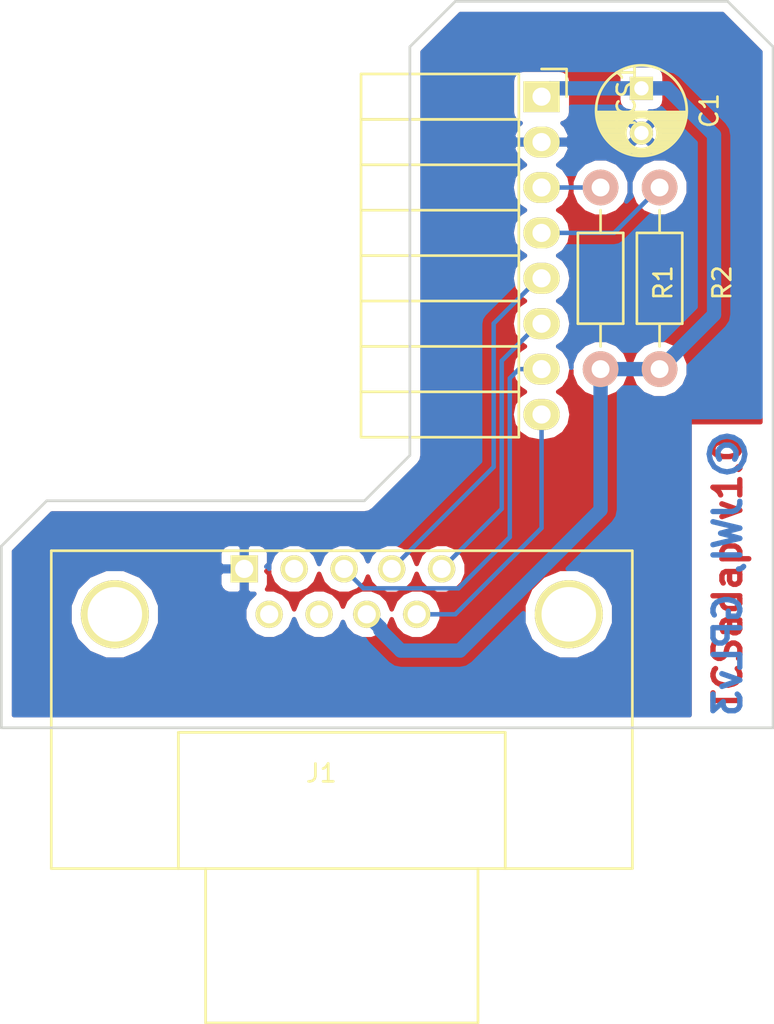
<source format=kicad_pcb>
(kicad_pcb (version 4) (host pcbnew 4.0.2+dfsg1-stable)

  (general
    (links 12)
    (no_connects 12)
    (area 195.504999 55.804999 238.835001 96.595001)
    (thickness 1.6)
    (drawings 12)
    (tracks 34)
    (zones 0)
    (modules 5)
    (nets 9)
  )

  (page A4)
  (layers
    (0 F.Cu signal)
    (31 B.Cu signal)
    (32 B.Adhes user)
    (33 F.Adhes user)
    (34 B.Paste user)
    (35 F.Paste user)
    (36 B.SilkS user)
    (37 F.SilkS user)
    (38 B.Mask user)
    (39 F.Mask user)
    (40 Dwgs.User user)
    (41 Cmts.User user)
    (42 Eco1.User user)
    (43 Eco2.User user)
    (44 Edge.Cuts user)
    (45 Margin user)
    (46 B.CrtYd user)
    (47 F.CrtYd user)
    (48 B.Fab user)
    (49 F.Fab user)
  )

  (setup
    (last_trace_width 0.25)
    (trace_clearance 0.2)
    (zone_clearance 0.508)
    (zone_45_only no)
    (trace_min 0.2)
    (segment_width 0.2)
    (edge_width 0.15)
    (via_size 0.8)
    (via_drill 0.6)
    (via_min_size 0.4)
    (via_min_drill 0.3)
    (uvia_size 0.3)
    (uvia_drill 0.1)
    (uvias_allowed no)
    (uvia_min_size 0.2)
    (uvia_min_drill 0.1)
    (pcb_text_width 0.3)
    (pcb_text_size 1.5 1.5)
    (mod_edge_width 0.15)
    (mod_text_size 1 1)
    (mod_text_width 0.15)
    (pad_size 1.524 1.524)
    (pad_drill 0.762)
    (pad_to_mask_clearance 0.2)
    (aux_axis_origin 0 0)
    (visible_elements FFFFFF7F)
    (pcbplotparams
      (layerselection 0x00030_80000001)
      (usegerberextensions false)
      (excludeedgelayer true)
      (linewidth 0.100000)
      (plotframeref false)
      (viasonmask false)
      (mode 1)
      (useauxorigin false)
      (hpglpennumber 1)
      (hpglpenspeed 20)
      (hpglpendiameter 15)
      (hpglpenoverlay 2)
      (psnegative false)
      (psa4output false)
      (plotreference true)
      (plotvalue true)
      (plotinvisibletext false)
      (padsonsilk false)
      (subtractmaskfromsilk false)
      (outputformat 1)
      (mirror false)
      (drillshape 1)
      (scaleselection 1)
      (outputdirectory ""))
  )

  (net 0 "")
  (net 1 +3V3)
  (net 2 GND)
  (net 3 /EN)
  (net 4 /S2)
  (net 5 /S3)
  (net 6 /OUT)
  (net 7 "Net-(R1-Pad1)")
  (net 8 "Net-(R2-Pad1)")

  (net_class Default "This is the default net class."
    (clearance 0.2)
    (trace_width 0.25)
    (via_dia 0.8)
    (via_drill 0.6)
    (uvia_dia 0.3)
    (uvia_drill 0.1)
    (add_net /EN)
    (add_net /OUT)
    (add_net /S2)
    (add_net /S3)
    (add_net "Net-(R1-Pad1)")
    (add_net "Net-(R2-Pad1)")
  )

  (net_class Power ""
    (clearance 0.2)
    (trace_width 0.8)
    (via_dia 1)
    (via_drill 0.8)
    (uvia_dia 0.3)
    (uvia_drill 0.1)
    (add_net +3V3)
    (add_net GND)
  )

  (module Capacitors_ThroughHole:C_Radial_D5_L11_P2.5 (layer F.Cu) (tedit 0) (tstamp 57811F5A)
    (at 231.394 60.746 270)
    (descr "Radial Electrolytic Capacitor Diameter 5mm x Length 11mm, Pitch 2.5mm")
    (tags "Electrolytic Capacitor")
    (path /5781218C)
    (fp_text reference C1 (at 1.25 -3.8 270) (layer F.SilkS)
      (effects (font (size 1 1) (thickness 0.15)))
    )
    (fp_text value 1u (at 1.25 3.8 270) (layer F.Fab)
      (effects (font (size 1 1) (thickness 0.15)))
    )
    (fp_line (start 1.325 -2.499) (end 1.325 2.499) (layer F.SilkS) (width 0.15))
    (fp_line (start 1.465 -2.491) (end 1.465 2.491) (layer F.SilkS) (width 0.15))
    (fp_line (start 1.605 -2.475) (end 1.605 -0.095) (layer F.SilkS) (width 0.15))
    (fp_line (start 1.605 0.095) (end 1.605 2.475) (layer F.SilkS) (width 0.15))
    (fp_line (start 1.745 -2.451) (end 1.745 -0.49) (layer F.SilkS) (width 0.15))
    (fp_line (start 1.745 0.49) (end 1.745 2.451) (layer F.SilkS) (width 0.15))
    (fp_line (start 1.885 -2.418) (end 1.885 -0.657) (layer F.SilkS) (width 0.15))
    (fp_line (start 1.885 0.657) (end 1.885 2.418) (layer F.SilkS) (width 0.15))
    (fp_line (start 2.025 -2.377) (end 2.025 -0.764) (layer F.SilkS) (width 0.15))
    (fp_line (start 2.025 0.764) (end 2.025 2.377) (layer F.SilkS) (width 0.15))
    (fp_line (start 2.165 -2.327) (end 2.165 -0.835) (layer F.SilkS) (width 0.15))
    (fp_line (start 2.165 0.835) (end 2.165 2.327) (layer F.SilkS) (width 0.15))
    (fp_line (start 2.305 -2.266) (end 2.305 -0.879) (layer F.SilkS) (width 0.15))
    (fp_line (start 2.305 0.879) (end 2.305 2.266) (layer F.SilkS) (width 0.15))
    (fp_line (start 2.445 -2.196) (end 2.445 -0.898) (layer F.SilkS) (width 0.15))
    (fp_line (start 2.445 0.898) (end 2.445 2.196) (layer F.SilkS) (width 0.15))
    (fp_line (start 2.585 -2.114) (end 2.585 -0.896) (layer F.SilkS) (width 0.15))
    (fp_line (start 2.585 0.896) (end 2.585 2.114) (layer F.SilkS) (width 0.15))
    (fp_line (start 2.725 -2.019) (end 2.725 -0.871) (layer F.SilkS) (width 0.15))
    (fp_line (start 2.725 0.871) (end 2.725 2.019) (layer F.SilkS) (width 0.15))
    (fp_line (start 2.865 -1.908) (end 2.865 -0.823) (layer F.SilkS) (width 0.15))
    (fp_line (start 2.865 0.823) (end 2.865 1.908) (layer F.SilkS) (width 0.15))
    (fp_line (start 3.005 -1.78) (end 3.005 -0.745) (layer F.SilkS) (width 0.15))
    (fp_line (start 3.005 0.745) (end 3.005 1.78) (layer F.SilkS) (width 0.15))
    (fp_line (start 3.145 -1.631) (end 3.145 -0.628) (layer F.SilkS) (width 0.15))
    (fp_line (start 3.145 0.628) (end 3.145 1.631) (layer F.SilkS) (width 0.15))
    (fp_line (start 3.285 -1.452) (end 3.285 -0.44) (layer F.SilkS) (width 0.15))
    (fp_line (start 3.285 0.44) (end 3.285 1.452) (layer F.SilkS) (width 0.15))
    (fp_line (start 3.425 -1.233) (end 3.425 1.233) (layer F.SilkS) (width 0.15))
    (fp_line (start 3.565 -0.944) (end 3.565 0.944) (layer F.SilkS) (width 0.15))
    (fp_line (start 3.705 -0.472) (end 3.705 0.472) (layer F.SilkS) (width 0.15))
    (fp_circle (center 2.5 0) (end 2.5 -0.9) (layer F.SilkS) (width 0.15))
    (fp_circle (center 1.25 0) (end 1.25 -2.5375) (layer F.SilkS) (width 0.15))
    (fp_circle (center 1.25 0) (end 1.25 -2.8) (layer F.CrtYd) (width 0.05))
    (pad 1 thru_hole rect (at 0 0 270) (size 1.3 1.3) (drill 0.8) (layers *.Cu *.Mask F.SilkS)
      (net 1 +3V3))
    (pad 2 thru_hole circle (at 2.5 0 270) (size 1.3 1.3) (drill 0.8) (layers *.Cu *.Mask F.SilkS)
      (net 2 GND))
    (model Capacitors_ThroughHole.3dshapes/C_Radial_D5_L11_P2.5.wrl
      (at (xyz 0.049213 0 0))
      (scale (xyz 1 1 1))
      (rotate (xyz 0 0 90))
    )
  )

  (module Connect:DB9MC (layer F.Cu) (tedit 0) (tstamp 57811F69)
    (at 214.757 88.9 180)
    (descr "Connecteur DB9 male couche")
    (tags "CONN DB9")
    (path /57811FB4)
    (fp_text reference J1 (at 1.27 -10.16 180) (layer F.SilkS)
      (effects (font (size 1 1) (thickness 0.15)))
    )
    (fp_text value DB9 (at 1.27 -3.81 180) (layer F.Fab)
      (effects (font (size 1 1) (thickness 0.15)))
    )
    (fp_line (start -16.129 2.286) (end 16.383 2.286) (layer F.SilkS) (width 0.15))
    (fp_line (start 16.383 2.286) (end 16.383 -15.494) (layer F.SilkS) (width 0.15))
    (fp_line (start 16.383 -15.494) (end -16.129 -15.494) (layer F.SilkS) (width 0.15))
    (fp_line (start -16.129 -15.494) (end -16.129 2.286) (layer F.SilkS) (width 0.15))
    (fp_line (start -9.017 -15.494) (end -9.017 -7.874) (layer F.SilkS) (width 0.15))
    (fp_line (start -9.017 -7.874) (end 9.271 -7.874) (layer F.SilkS) (width 0.15))
    (fp_line (start 9.271 -7.874) (end 9.271 -15.494) (layer F.SilkS) (width 0.15))
    (fp_line (start -7.493 -15.494) (end -7.493 -24.13) (layer F.SilkS) (width 0.15))
    (fp_line (start -7.493 -24.13) (end 7.747 -24.13) (layer F.SilkS) (width 0.15))
    (fp_line (start 7.747 -24.13) (end 7.747 -15.494) (layer F.SilkS) (width 0.15))
    (pad "" thru_hole circle (at 12.827 -1.27 180) (size 3.81 3.81) (drill 3.048) (layers *.Cu *.Mask F.SilkS))
    (pad "" thru_hole circle (at -12.573 -1.27 180) (size 3.81 3.81) (drill 3.048) (layers *.Cu *.Mask F.SilkS))
    (pad 1 thru_hole rect (at 5.588 1.27 180) (size 1.524 1.524) (drill 1.016) (layers *.Cu *.Mask F.SilkS)
      (net 2 GND))
    (pad 2 thru_hole circle (at 2.794 1.27 180) (size 1.524 1.524) (drill 1.016) (layers *.Cu *.Mask F.SilkS))
    (pad 3 thru_hole circle (at 0 1.27 180) (size 1.524 1.524) (drill 1.016) (layers *.Cu *.Mask F.SilkS)
      (net 3 /EN))
    (pad 4 thru_hole circle (at -2.667 1.27 180) (size 1.524 1.524) (drill 1.016) (layers *.Cu *.Mask F.SilkS)
      (net 4 /S2))
    (pad 5 thru_hole circle (at -5.461 1.27 180) (size 1.524 1.524) (drill 1.016) (layers *.Cu *.Mask F.SilkS)
      (net 5 /S3))
    (pad 9 thru_hole circle (at -4.064 -1.27 180) (size 1.524 1.524) (drill 1.016) (layers *.Cu *.Mask F.SilkS)
      (net 6 /OUT))
    (pad 8 thru_hole circle (at -1.27 -1.27 180) (size 1.524 1.524) (drill 1.016) (layers *.Cu *.Mask F.SilkS)
      (net 1 +3V3))
    (pad 7 thru_hole circle (at 1.397 -1.27 180) (size 1.524 1.524) (drill 1.016) (layers *.Cu *.Mask F.SilkS))
    (pad 6 thru_hole circle (at 4.191 -1.27 180) (size 1.524 1.524) (drill 1.016) (layers *.Cu *.Mask F.SilkS))
    (model Connect.3dshapes/DB9MC.wrl
      (at (xyz 0 0 0))
      (scale (xyz 1 1 1))
      (rotate (xyz 0 0 0))
    )
  )

  (module Resistors_ThroughHole:Resistor_Horizontal_RM10mm (layer F.Cu) (tedit 56648415) (tstamp 57811F6F)
    (at 229.108 66.294 270)
    (descr "Resistor, Axial,  RM 10mm, 1/3W")
    (tags "Resistor Axial RM 10mm 1/3W")
    (path /57811EC1)
    (fp_text reference R1 (at 5.32892 -3.50012 270) (layer F.SilkS)
      (effects (font (size 1 1) (thickness 0.15)))
    )
    (fp_text value 4.7k (at 5.08 3.81 270) (layer F.Fab)
      (effects (font (size 1 1) (thickness 0.15)))
    )
    (fp_line (start -1.25 -1.5) (end 11.4 -1.5) (layer F.CrtYd) (width 0.05))
    (fp_line (start -1.25 1.5) (end -1.25 -1.5) (layer F.CrtYd) (width 0.05))
    (fp_line (start 11.4 -1.5) (end 11.4 1.5) (layer F.CrtYd) (width 0.05))
    (fp_line (start -1.25 1.5) (end 11.4 1.5) (layer F.CrtYd) (width 0.05))
    (fp_line (start 2.54 -1.27) (end 7.62 -1.27) (layer F.SilkS) (width 0.15))
    (fp_line (start 7.62 -1.27) (end 7.62 1.27) (layer F.SilkS) (width 0.15))
    (fp_line (start 7.62 1.27) (end 2.54 1.27) (layer F.SilkS) (width 0.15))
    (fp_line (start 2.54 1.27) (end 2.54 -1.27) (layer F.SilkS) (width 0.15))
    (fp_line (start 2.54 0) (end 1.27 0) (layer F.SilkS) (width 0.15))
    (fp_line (start 7.62 0) (end 8.89 0) (layer F.SilkS) (width 0.15))
    (pad 1 thru_hole circle (at 0 0 270) (size 1.99898 1.99898) (drill 1.00076) (layers *.Cu *.SilkS *.Mask)
      (net 7 "Net-(R1-Pad1)"))
    (pad 2 thru_hole circle (at 10.16 0 270) (size 1.99898 1.99898) (drill 1.00076) (layers *.Cu *.SilkS *.Mask)
      (net 1 +3V3))
    (model Resistors_ThroughHole.3dshapes/Resistor_Horizontal_RM10mm.wrl
      (at (xyz 0 0 0))
      (scale (xyz 0.4 0.4 0.4))
      (rotate (xyz 0 0 0))
    )
  )

  (module Resistors_ThroughHole:Resistor_Horizontal_RM10mm (layer F.Cu) (tedit 56648415) (tstamp 57811F75)
    (at 232.41 66.294 270)
    (descr "Resistor, Axial,  RM 10mm, 1/3W")
    (tags "Resistor Axial RM 10mm 1/3W")
    (path /57811F27)
    (fp_text reference R2 (at 5.32892 -3.50012 270) (layer F.SilkS)
      (effects (font (size 1 1) (thickness 0.15)))
    )
    (fp_text value 4.7k (at 5.08 3.81 270) (layer F.Fab)
      (effects (font (size 1 1) (thickness 0.15)))
    )
    (fp_line (start -1.25 -1.5) (end 11.4 -1.5) (layer F.CrtYd) (width 0.05))
    (fp_line (start -1.25 1.5) (end -1.25 -1.5) (layer F.CrtYd) (width 0.05))
    (fp_line (start 11.4 -1.5) (end 11.4 1.5) (layer F.CrtYd) (width 0.05))
    (fp_line (start -1.25 1.5) (end 11.4 1.5) (layer F.CrtYd) (width 0.05))
    (fp_line (start 2.54 -1.27) (end 7.62 -1.27) (layer F.SilkS) (width 0.15))
    (fp_line (start 7.62 -1.27) (end 7.62 1.27) (layer F.SilkS) (width 0.15))
    (fp_line (start 7.62 1.27) (end 2.54 1.27) (layer F.SilkS) (width 0.15))
    (fp_line (start 2.54 1.27) (end 2.54 -1.27) (layer F.SilkS) (width 0.15))
    (fp_line (start 2.54 0) (end 1.27 0) (layer F.SilkS) (width 0.15))
    (fp_line (start 7.62 0) (end 8.89 0) (layer F.SilkS) (width 0.15))
    (pad 1 thru_hole circle (at 0 0 270) (size 1.99898 1.99898) (drill 1.00076) (layers *.Cu *.SilkS *.Mask)
      (net 8 "Net-(R2-Pad1)"))
    (pad 2 thru_hole circle (at 10.16 0 270) (size 1.99898 1.99898) (drill 1.00076) (layers *.Cu *.SilkS *.Mask)
      (net 1 +3V3))
    (model Resistors_ThroughHole.3dshapes/Resistor_Horizontal_RM10mm.wrl
      (at (xyz 0 0 0))
      (scale (xyz 0.4 0.4 0.4))
      (rotate (xyz 0 0 0))
    )
  )

  (module Socket_Strips:Socket_Strip_Angled_1x08 (layer F.Cu) (tedit 0) (tstamp 57811F81)
    (at 225.806 61.214 270)
    (descr "Through hole socket strip")
    (tags "socket strip")
    (path /57811E41)
    (fp_text reference TCS1 (at 0 -4.75 270) (layer F.SilkS)
      (effects (font (size 1 1) (thickness 0.15)))
    )
    (fp_text value CONN_01X08 (at 0 -2.75 270) (layer F.Fab)
      (effects (font (size 1 1) (thickness 0.15)))
    )
    (fp_line (start -1.75 -1.5) (end -1.75 10.6) (layer F.CrtYd) (width 0.05))
    (fp_line (start 19.55 -1.5) (end 19.55 10.6) (layer F.CrtYd) (width 0.05))
    (fp_line (start -1.75 -1.5) (end 19.55 -1.5) (layer F.CrtYd) (width 0.05))
    (fp_line (start -1.75 10.6) (end 19.55 10.6) (layer F.CrtYd) (width 0.05))
    (fp_line (start 16.51 10.1) (end 16.51 1.27) (layer F.SilkS) (width 0.15))
    (fp_line (start 13.97 10.1) (end 16.51 10.1) (layer F.SilkS) (width 0.15))
    (fp_line (start 13.97 1.27) (end 16.51 1.27) (layer F.SilkS) (width 0.15))
    (fp_line (start 16.51 1.27) (end 19.05 1.27) (layer F.SilkS) (width 0.15))
    (fp_line (start 16.51 10.1) (end 19.05 10.1) (layer F.SilkS) (width 0.15))
    (fp_line (start 19.05 10.1) (end 19.05 1.27) (layer F.SilkS) (width 0.15))
    (fp_line (start 13.97 10.1) (end 13.97 1.27) (layer F.SilkS) (width 0.15))
    (fp_line (start 11.43 10.1) (end 13.97 10.1) (layer F.SilkS) (width 0.15))
    (fp_line (start 11.43 1.27) (end 13.97 1.27) (layer F.SilkS) (width 0.15))
    (fp_line (start 8.89 1.27) (end 11.43 1.27) (layer F.SilkS) (width 0.15))
    (fp_line (start 8.89 10.1) (end 11.43 10.1) (layer F.SilkS) (width 0.15))
    (fp_line (start 11.43 10.1) (end 11.43 1.27) (layer F.SilkS) (width 0.15))
    (fp_line (start 8.89 10.1) (end 8.89 1.27) (layer F.SilkS) (width 0.15))
    (fp_line (start 6.35 10.1) (end 8.89 10.1) (layer F.SilkS) (width 0.15))
    (fp_line (start 6.35 1.27) (end 8.89 1.27) (layer F.SilkS) (width 0.15))
    (fp_line (start 3.81 1.27) (end 6.35 1.27) (layer F.SilkS) (width 0.15))
    (fp_line (start 3.81 10.1) (end 6.35 10.1) (layer F.SilkS) (width 0.15))
    (fp_line (start 6.35 10.1) (end 6.35 1.27) (layer F.SilkS) (width 0.15))
    (fp_line (start 3.81 10.1) (end 3.81 1.27) (layer F.SilkS) (width 0.15))
    (fp_line (start 1.27 10.1) (end 3.81 10.1) (layer F.SilkS) (width 0.15))
    (fp_line (start 1.27 1.27) (end 1.27 10.1) (layer F.SilkS) (width 0.15))
    (fp_line (start 1.27 1.27) (end 3.81 1.27) (layer F.SilkS) (width 0.15))
    (fp_line (start -1.27 1.27) (end 1.27 1.27) (layer F.SilkS) (width 0.15))
    (fp_line (start 0 -1.4) (end -1.55 -1.4) (layer F.SilkS) (width 0.15))
    (fp_line (start -1.55 -1.4) (end -1.55 0) (layer F.SilkS) (width 0.15))
    (fp_line (start -1.27 1.27) (end -1.27 10.1) (layer F.SilkS) (width 0.15))
    (fp_line (start -1.27 10.1) (end 1.27 10.1) (layer F.SilkS) (width 0.15))
    (fp_line (start 1.27 10.1) (end 1.27 1.27) (layer F.SilkS) (width 0.15))
    (pad 1 thru_hole rect (at 0 0 270) (size 1.7272 2.032) (drill 1.016) (layers *.Cu *.Mask F.SilkS)
      (net 1 +3V3))
    (pad 2 thru_hole oval (at 2.54 0 270) (size 1.7272 2.032) (drill 1.016) (layers *.Cu *.Mask F.SilkS)
      (net 2 GND))
    (pad 3 thru_hole oval (at 5.08 0 270) (size 1.7272 2.032) (drill 1.016) (layers *.Cu *.Mask F.SilkS)
      (net 7 "Net-(R1-Pad1)"))
    (pad 4 thru_hole oval (at 7.62 0 270) (size 1.7272 2.032) (drill 1.016) (layers *.Cu *.Mask F.SilkS)
      (net 8 "Net-(R2-Pad1)"))
    (pad 5 thru_hole oval (at 10.16 0 270) (size 1.7272 2.032) (drill 1.016) (layers *.Cu *.Mask F.SilkS)
      (net 4 /S2))
    (pad 6 thru_hole oval (at 12.7 0 270) (size 1.7272 2.032) (drill 1.016) (layers *.Cu *.Mask F.SilkS)
      (net 5 /S3))
    (pad 7 thru_hole oval (at 15.24 0 270) (size 1.7272 2.032) (drill 1.016) (layers *.Cu *.Mask F.SilkS)
      (net 3 /EN))
    (pad 8 thru_hole oval (at 17.78 0 270) (size 1.7272 2.032) (drill 1.016) (layers *.Cu *.Mask F.SilkS)
      (net 6 /OUT))
    (model Socket_Strips.3dshapes/Socket_Strip_Angled_1x08.wrl
      (at (xyz 0.35 0 0))
      (scale (xyz 1 1 1))
      (rotate (xyz 0 0 180))
    )
  )

  (gr_text "© JWI, GPLv3" (at 236.22 87.884 90) (layer B.Cu)
    (effects (font (size 1.5 1.5) (thickness 0.3)) (justify mirror))
  )
  (gr_text "TCSadap v1.0" (at 236.22 87.884 90) (layer F.Cu)
    (effects (font (size 1.5 1.5) (thickness 0.3)))
  )
  (gr_line (start 195.58 86.36) (end 198.12 83.82) (layer Edge.Cuts) (width 0.15))
  (gr_line (start 195.58 96.52) (end 195.58 86.36) (layer Edge.Cuts) (width 0.15))
  (gr_line (start 238.76 96.52) (end 195.58 96.52) (layer Edge.Cuts) (width 0.15))
  (gr_line (start 238.76 58.42) (end 238.76 96.52) (layer Edge.Cuts) (width 0.15))
  (gr_line (start 236.22 55.88) (end 238.76 58.42) (layer Edge.Cuts) (width 0.15))
  (gr_line (start 220.98 55.88) (end 236.22 55.88) (layer Edge.Cuts) (width 0.15))
  (gr_line (start 218.44 58.42) (end 220.98 55.88) (layer Edge.Cuts) (width 0.15))
  (gr_line (start 218.44 81.28) (end 218.44 58.42) (layer Edge.Cuts) (width 0.15))
  (gr_line (start 215.9 83.82) (end 218.44 81.28) (layer Edge.Cuts) (width 0.15))
  (gr_line (start 198.12 83.82) (end 215.9 83.82) (layer Edge.Cuts) (width 0.15))

  (segment (start 235.458 73.406) (end 235.458 63.36) (width 0.8) (layer B.Cu) (net 1))
  (segment (start 235.458 63.36) (end 232.844 60.746) (width 0.8) (layer B.Cu) (net 1))
  (segment (start 232.844 60.746) (end 231.394 60.746) (width 0.8) (layer B.Cu) (net 1))
  (segment (start 232.41 76.454) (end 235.458 73.406) (width 0.8) (layer B.Cu) (net 1))
  (segment (start 229.108 76.454) (end 232.41 76.454) (width 0.8) (layer B.Cu) (net 1))
  (segment (start 221.234 92.202) (end 229.108 84.328) (width 0.8) (layer B.Cu) (net 1))
  (segment (start 229.108 84.328) (end 229.108 76.454) (width 0.8) (layer B.Cu) (net 1))
  (segment (start 217.932 92.202) (end 221.234 92.202) (width 0.8) (layer B.Cu) (net 1))
  (segment (start 216.788999 91.058999) (end 217.932 92.202) (width 0.8) (layer B.Cu) (net 1))
  (segment (start 216.027 90.17) (end 216.788999 90.931999) (width 0.8) (layer B.Cu) (net 1))
  (segment (start 216.788999 90.931999) (end 216.788999 91.058999) (width 0.8) (layer B.Cu) (net 1))
  (segment (start 231.394 60.746) (end 226.274 60.746) (width 0.8) (layer B.Cu) (net 1))
  (segment (start 226.274 60.746) (end 225.806 61.214) (width 0.8) (layer B.Cu) (net 1))
  (segment (start 225.806 76.454) (end 224.54 76.454) (width 0.25) (layer B.Cu) (net 3))
  (segment (start 224.028 85.852) (end 221.162999 88.717001) (width 0.25) (layer B.Cu) (net 3))
  (segment (start 224.54 76.454) (end 224.028 76.966) (width 0.25) (layer B.Cu) (net 3))
  (segment (start 224.028 76.966) (end 224.028 85.852) (width 0.25) (layer B.Cu) (net 3))
  (segment (start 221.162999 88.717001) (end 215.844001 88.717001) (width 0.25) (layer B.Cu) (net 3))
  (segment (start 215.844001 88.717001) (end 214.757 87.63) (width 0.25) (layer B.Cu) (net 3))
  (segment (start 225.806 76.454) (end 225.806 75.747348) (width 0.25) (layer B.Cu) (net 3) (status 30))
  (segment (start 217.424 87.63) (end 223.12798 81.92602) (width 0.25) (layer B.Cu) (net 4))
  (segment (start 223.12798 81.92602) (end 223.12798 73.89962) (width 0.25) (layer B.Cu) (net 4))
  (segment (start 223.12798 73.89962) (end 225.6536 71.374) (width 0.25) (layer B.Cu) (net 4))
  (segment (start 225.6536 71.374) (end 225.806 71.374) (width 0.25) (layer B.Cu) (net 4))
  (segment (start 220.218 87.63) (end 223.57799 84.27001) (width 0.25) (layer B.Cu) (net 5))
  (segment (start 223.57799 84.27001) (end 223.57799 75.98961) (width 0.25) (layer B.Cu) (net 5))
  (segment (start 223.57799 75.98961) (end 225.6536 73.914) (width 0.25) (layer B.Cu) (net 5))
  (segment (start 225.6536 73.914) (end 225.806 73.914) (width 0.25) (layer B.Cu) (net 5))
  (segment (start 218.821 90.17) (end 220.98 90.17) (width 0.25) (layer B.Cu) (net 6))
  (segment (start 220.98 90.17) (end 225.806 85.344) (width 0.25) (layer B.Cu) (net 6))
  (segment (start 225.806 85.344) (end 225.806 78.994) (width 0.25) (layer B.Cu) (net 6))
  (segment (start 229.108 66.294) (end 225.806 66.294) (width 0.25) (layer B.Cu) (net 7))
  (segment (start 225.806 68.834) (end 229.87 68.834) (width 0.25) (layer B.Cu) (net 8))
  (segment (start 229.87 68.834) (end 232.41 66.294) (width 0.25) (layer B.Cu) (net 8))

  (zone (net 2) (net_name GND) (layer B.Cu) (tstamp 0) (hatch edge 0.508)
    (connect_pads (clearance 0.508))
    (min_thickness 0.254)
    (fill yes (arc_segments 16) (thermal_gap 0.508) (thermal_bridge_width 0.508))
    (polygon
      (pts
        (xy 195.58 86.36) (xy 198.12 83.82) (xy 215.9 83.82) (xy 218.44 81.28) (xy 218.44 58.42)
        (xy 220.98 55.88) (xy 236.22 55.88) (xy 238.76 58.42) (xy 238.76 96.52) (xy 195.58 96.52)
      )
    )
    (filled_polygon
      (pts
        (xy 238.05 58.714091) (xy 238.05 79.134714) (xy 234.085 79.134714) (xy 234.085 95.81) (xy 196.29 95.81)
        (xy 196.29 90.673021) (xy 199.38956 90.673021) (xy 199.775437 91.606915) (xy 200.489327 92.322052) (xy 201.422546 92.709559)
        (xy 202.433021 92.71044) (xy 203.366915 92.324563) (xy 204.082052 91.610673) (xy 204.469559 90.677454) (xy 204.46976 90.446661)
        (xy 209.168758 90.446661) (xy 209.38099 90.960303) (xy 209.77363 91.353629) (xy 210.2869 91.566757) (xy 210.842661 91.567242)
        (xy 211.356303 91.35501) (xy 211.749629 90.96237) (xy 211.962757 90.4491) (xy 211.962759 90.446664) (xy 212.17499 90.960303)
        (xy 212.56763 91.353629) (xy 213.0809 91.566757) (xy 213.636661 91.567242) (xy 214.150303 91.35501) (xy 214.543629 90.96237)
        (xy 214.693606 90.601185) (xy 214.84199 90.960303) (xy 215.23463 91.353629) (xy 215.7479 91.566757) (xy 215.907499 91.566896)
        (xy 216.057143 91.790855) (xy 217.200142 92.933853) (xy 217.200144 92.933856) (xy 217.535923 93.158215) (xy 217.932 93.237001)
        (xy 217.932005 93.237) (xy 221.233995 93.237) (xy 221.234 93.237001) (xy 221.630077 93.158215) (xy 221.965856 92.933856)
        (xy 224.790051 90.10966) (xy 224.78956 90.673021) (xy 225.175437 91.606915) (xy 225.889327 92.322052) (xy 226.822546 92.709559)
        (xy 227.833021 92.71044) (xy 228.766915 92.324563) (xy 229.482052 91.610673) (xy 229.869559 90.677454) (xy 229.87044 89.666979)
        (xy 229.484563 88.733085) (xy 228.770673 88.017948) (xy 227.837454 87.630441) (xy 227.269765 87.629946) (xy 229.839853 85.059858)
        (xy 229.839856 85.059856) (xy 230.064215 84.724077) (xy 230.080571 84.641852) (xy 230.143001 84.328) (xy 230.143 84.327995)
        (xy 230.143 77.730309) (xy 230.384731 77.489) (xy 231.133691 77.489) (xy 231.482927 77.838846) (xy 232.083453 78.088206)
        (xy 232.733694 78.088774) (xy 233.334655 77.840462) (xy 233.794846 77.381073) (xy 234.044206 76.780547) (xy 234.044641 76.283071)
        (xy 236.189853 74.137858) (xy 236.189856 74.137856) (xy 236.414215 73.802077) (xy 236.449804 73.62316) (xy 236.493001 73.406)
        (xy 236.493 73.405995) (xy 236.493 63.360005) (xy 236.493001 63.36) (xy 236.414215 62.963922) (xy 236.254599 62.72504)
        (xy 236.189856 62.628144) (xy 236.189853 62.628142) (xy 233.575856 60.014144) (xy 233.240077 59.789785) (xy 232.844 59.710999)
        (xy 232.843995 59.711) (xy 232.550844 59.711) (xy 232.50809 59.644559) (xy 232.29589 59.499569) (xy 232.044 59.44856)
        (xy 230.744 59.44856) (xy 230.508683 59.492838) (xy 230.292559 59.63191) (xy 230.238519 59.711) (xy 226.861703 59.711)
        (xy 226.822 59.70296) (xy 224.79 59.70296) (xy 224.554683 59.747238) (xy 224.338559 59.88631) (xy 224.193569 60.09851)
        (xy 224.14256 60.3504) (xy 224.14256 62.0776) (xy 224.186838 62.312917) (xy 224.32591 62.529041) (xy 224.53811 62.674031)
        (xy 224.632927 62.693232) (xy 224.455268 62.851964) (xy 224.201291 63.379209) (xy 224.198642 63.394974) (xy 224.319783 63.627)
        (xy 225.679 63.627) (xy 225.679 63.607) (xy 225.933 63.607) (xy 225.933 63.627) (xy 227.292217 63.627)
        (xy 227.413358 63.394974) (xy 227.410709 63.379209) (xy 227.259391 63.065078) (xy 230.096378 63.065078) (xy 230.125917 63.575428)
        (xy 230.264389 63.909729) (xy 230.494984 63.96541) (xy 231.214395 63.246) (xy 231.573605 63.246) (xy 232.293016 63.96541)
        (xy 232.523611 63.909729) (xy 232.691622 63.426922) (xy 232.662083 62.916572) (xy 232.523611 62.582271) (xy 232.293016 62.52659)
        (xy 231.573605 63.246) (xy 231.214395 63.246) (xy 230.494984 62.52659) (xy 230.264389 62.582271) (xy 230.096378 63.065078)
        (xy 227.259391 63.065078) (xy 227.156732 62.851964) (xy 226.981155 62.695093) (xy 227.057317 62.680762) (xy 227.273441 62.54169)
        (xy 227.418431 62.32949) (xy 227.46944 62.0776) (xy 227.46944 61.781) (xy 230.237156 61.781) (xy 230.27991 61.847441)
        (xy 230.49211 61.992431) (xy 230.744 62.04344) (xy 230.906385 62.04344) (xy 230.730271 62.116389) (xy 230.67459 62.346984)
        (xy 231.394 63.066395) (xy 232.11341 62.346984) (xy 232.057729 62.116389) (xy 231.848098 62.04344) (xy 232.044 62.04344)
        (xy 232.279317 61.999162) (xy 232.494794 61.860506) (xy 234.423 63.788711) (xy 234.423 72.977289) (xy 232.58063 74.819658)
        (xy 232.086306 74.819226) (xy 231.485345 75.067538) (xy 231.133269 75.419) (xy 230.384309 75.419) (xy 230.035073 75.069154)
        (xy 229.434547 74.819794) (xy 228.784306 74.819226) (xy 228.183345 75.067538) (xy 227.723154 75.526927) (xy 227.473794 76.127453)
        (xy 227.473578 76.374734) (xy 227.375271 75.880511) (xy 227.050415 75.39433) (xy 226.735634 75.184) (xy 227.050415 74.97367)
        (xy 227.375271 74.487489) (xy 227.489345 73.914) (xy 227.375271 73.340511) (xy 227.050415 72.85433) (xy 226.735634 72.644)
        (xy 227.050415 72.43367) (xy 227.375271 71.947489) (xy 227.489345 71.374) (xy 227.375271 70.800511) (xy 227.050415 70.31433)
        (xy 226.735634 70.104) (xy 227.050415 69.89367) (xy 227.250648 69.594) (xy 229.87 69.594) (xy 230.160839 69.536148)
        (xy 230.407401 69.371401) (xy 231.918917 67.859885) (xy 232.083453 67.928206) (xy 232.733694 67.928774) (xy 233.334655 67.680462)
        (xy 233.794846 67.221073) (xy 234.044206 66.620547) (xy 234.044774 65.970306) (xy 233.796462 65.369345) (xy 233.337073 64.909154)
        (xy 232.736547 64.659794) (xy 232.086306 64.659226) (xy 231.485345 64.907538) (xy 231.025154 65.366927) (xy 230.775794 65.967453)
        (xy 230.775226 66.617694) (xy 230.844309 66.784889) (xy 230.553006 67.076192) (xy 230.742206 66.620547) (xy 230.742774 65.970306)
        (xy 230.494462 65.369345) (xy 230.035073 64.909154) (xy 229.434547 64.659794) (xy 228.784306 64.659226) (xy 228.183345 64.907538)
        (xy 227.723154 65.366927) (xy 227.653779 65.534) (xy 227.250648 65.534) (xy 227.050415 65.23433) (xy 226.740931 65.027539)
        (xy 227.156732 64.656036) (xy 227.402893 64.145016) (xy 230.67459 64.145016) (xy 230.730271 64.375611) (xy 231.213078 64.543622)
        (xy 231.723428 64.514083) (xy 232.057729 64.375611) (xy 232.11341 64.145016) (xy 231.394 63.425605) (xy 230.67459 64.145016)
        (xy 227.402893 64.145016) (xy 227.410709 64.128791) (xy 227.413358 64.113026) (xy 227.292217 63.881) (xy 225.933 63.881)
        (xy 225.933 63.901) (xy 225.679 63.901) (xy 225.679 63.881) (xy 224.319783 63.881) (xy 224.198642 64.113026)
        (xy 224.201291 64.128791) (xy 224.455268 64.656036) (xy 224.871069 65.027539) (xy 224.561585 65.23433) (xy 224.236729 65.720511)
        (xy 224.122655 66.294) (xy 224.236729 66.867489) (xy 224.561585 67.35367) (xy 224.876366 67.564) (xy 224.561585 67.77433)
        (xy 224.236729 68.260511) (xy 224.122655 68.834) (xy 224.236729 69.407489) (xy 224.561585 69.89367) (xy 224.876366 70.104)
        (xy 224.561585 70.31433) (xy 224.236729 70.800511) (xy 224.122655 71.374) (xy 224.198334 71.754464) (xy 222.590579 73.362219)
        (xy 222.425832 73.608781) (xy 222.36798 73.89962) (xy 222.36798 81.611218) (xy 217.733381 86.245817) (xy 217.7031 86.233243)
        (xy 217.147339 86.232758) (xy 216.633697 86.44499) (xy 216.240371 86.83763) (xy 216.090394 87.198815) (xy 215.94201 86.839697)
        (xy 215.54937 86.446371) (xy 215.0361 86.233243) (xy 214.480339 86.232758) (xy 213.966697 86.44499) (xy 213.573371 86.83763)
        (xy 213.360243 87.3509) (xy 213.360241 87.353336) (xy 213.14801 86.839697) (xy 212.75537 86.446371) (xy 212.2421 86.233243)
        (xy 211.686339 86.232758) (xy 211.172697 86.44499) (xy 210.779371 86.83763) (xy 210.566243 87.3509) (xy 210.566 87.629353)
        (xy 210.566 87.502998) (xy 210.407252 87.502998) (xy 210.566 87.34425) (xy 210.566 86.74169) (xy 210.469327 86.508301)
        (xy 210.290698 86.329673) (xy 210.057309 86.233) (xy 209.45475 86.233) (xy 209.296 86.39175) (xy 209.296 87.503)
        (xy 209.316 87.503) (xy 209.316 87.757) (xy 209.296 87.757) (xy 209.296 88.86825) (xy 209.45475 89.027)
        (xy 209.733614 89.027) (xy 209.382371 89.37763) (xy 209.169243 89.8909) (xy 209.168758 90.446661) (xy 204.46976 90.446661)
        (xy 204.47044 89.666979) (xy 204.084563 88.733085) (xy 203.370673 88.017948) (xy 203.124554 87.91575) (xy 207.772 87.91575)
        (xy 207.772 88.51831) (xy 207.868673 88.751699) (xy 208.047302 88.930327) (xy 208.280691 89.027) (xy 208.88325 89.027)
        (xy 209.042 88.86825) (xy 209.042 87.757) (xy 207.93075 87.757) (xy 207.772 87.91575) (xy 203.124554 87.91575)
        (xy 202.437454 87.630441) (xy 201.426979 87.62956) (xy 200.493085 88.015437) (xy 199.777948 88.729327) (xy 199.390441 89.662546)
        (xy 199.38956 90.673021) (xy 196.29 90.673021) (xy 196.29 86.74169) (xy 207.772 86.74169) (xy 207.772 87.34425)
        (xy 207.93075 87.503) (xy 209.042 87.503) (xy 209.042 86.39175) (xy 208.88325 86.233) (xy 208.280691 86.233)
        (xy 208.047302 86.329673) (xy 207.868673 86.508301) (xy 207.772 86.74169) (xy 196.29 86.74169) (xy 196.29 86.654092)
        (xy 198.414091 84.53) (xy 215.9 84.53) (xy 216.171705 84.475954) (xy 216.402046 84.322046) (xy 218.942043 81.782048)
        (xy 218.942046 81.782046) (xy 219.095954 81.551705) (xy 219.15 81.28) (xy 219.15 58.714092) (xy 221.274091 56.59)
        (xy 235.925908 56.59)
      )
    )
  )
  (zone (net 2) (net_name GND) (layer F.Cu) (tstamp 0) (hatch edge 0.508)
    (connect_pads (clearance 0.508))
    (min_thickness 0.254)
    (fill yes (arc_segments 16) (thermal_gap 0.508) (thermal_bridge_width 0.508))
    (polygon
      (pts
        (xy 195.58 86.36) (xy 198.12 83.82) (xy 215.9 83.82) (xy 218.44 81.28) (xy 218.44 58.42)
        (xy 220.98 55.88) (xy 236.22 55.88) (xy 238.76 58.42) (xy 238.76 96.52) (xy 195.58 96.52)
      )
    )
    (filled_polygon
      (pts
        (xy 238.05 58.714091) (xy 238.05 79.420429) (xy 234.085 79.420429) (xy 234.085 95.81) (xy 196.29 95.81)
        (xy 196.29 90.673021) (xy 199.38956 90.673021) (xy 199.775437 91.606915) (xy 200.489327 92.322052) (xy 201.422546 92.709559)
        (xy 202.433021 92.71044) (xy 203.366915 92.324563) (xy 204.082052 91.610673) (xy 204.469559 90.677454) (xy 204.46976 90.446661)
        (xy 209.168758 90.446661) (xy 209.38099 90.960303) (xy 209.77363 91.353629) (xy 210.2869 91.566757) (xy 210.842661 91.567242)
        (xy 211.356303 91.35501) (xy 211.749629 90.96237) (xy 211.962757 90.4491) (xy 211.962759 90.446664) (xy 212.17499 90.960303)
        (xy 212.56763 91.353629) (xy 213.0809 91.566757) (xy 213.636661 91.567242) (xy 214.150303 91.35501) (xy 214.543629 90.96237)
        (xy 214.693606 90.601185) (xy 214.84199 90.960303) (xy 215.23463 91.353629) (xy 215.7479 91.566757) (xy 216.303661 91.567242)
        (xy 216.817303 91.35501) (xy 217.210629 90.96237) (xy 217.423757 90.4491) (xy 217.423759 90.446664) (xy 217.63599 90.960303)
        (xy 218.02863 91.353629) (xy 218.5419 91.566757) (xy 219.097661 91.567242) (xy 219.611303 91.35501) (xy 220.004629 90.96237)
        (xy 220.124777 90.673021) (xy 224.78956 90.673021) (xy 225.175437 91.606915) (xy 225.889327 92.322052) (xy 226.822546 92.709559)
        (xy 227.833021 92.71044) (xy 228.766915 92.324563) (xy 229.482052 91.610673) (xy 229.869559 90.677454) (xy 229.87044 89.666979)
        (xy 229.484563 88.733085) (xy 228.770673 88.017948) (xy 227.837454 87.630441) (xy 226.826979 87.62956) (xy 225.893085 88.015437)
        (xy 225.177948 88.729327) (xy 224.790441 89.662546) (xy 224.78956 90.673021) (xy 220.124777 90.673021) (xy 220.217757 90.4491)
        (xy 220.218242 89.893339) (xy 220.00601 89.379697) (xy 219.61337 88.986371) (xy 219.1001 88.773243) (xy 218.544339 88.772758)
        (xy 218.030697 88.98499) (xy 217.637371 89.37763) (xy 217.424243 89.8909) (xy 217.424241 89.893336) (xy 217.21201 89.379697)
        (xy 216.81937 88.986371) (xy 216.3061 88.773243) (xy 215.750339 88.772758) (xy 215.236697 88.98499) (xy 214.843371 89.37763)
        (xy 214.693394 89.738815) (xy 214.54501 89.379697) (xy 214.15237 88.986371) (xy 213.6391 88.773243) (xy 213.083339 88.772758)
        (xy 212.569697 88.98499) (xy 212.176371 89.37763) (xy 211.963243 89.8909) (xy 211.963241 89.893336) (xy 211.75101 89.379697)
        (xy 211.35837 88.986371) (xy 210.8451 88.773243) (xy 210.448129 88.772897) (xy 210.469327 88.751699) (xy 210.566 88.51831)
        (xy 210.566 87.91575) (xy 210.407252 87.757002) (xy 210.565889 87.757002) (xy 210.565758 87.906661) (xy 210.77799 88.420303)
        (xy 211.17063 88.813629) (xy 211.6839 89.026757) (xy 212.239661 89.027242) (xy 212.753303 88.81501) (xy 213.146629 88.42237)
        (xy 213.359757 87.9091) (xy 213.359759 87.906664) (xy 213.57199 88.420303) (xy 213.96463 88.813629) (xy 214.4779 89.026757)
        (xy 215.033661 89.027242) (xy 215.547303 88.81501) (xy 215.940629 88.42237) (xy 216.090606 88.061185) (xy 216.23899 88.420303)
        (xy 216.63163 88.813629) (xy 217.1449 89.026757) (xy 217.700661 89.027242) (xy 218.214303 88.81501) (xy 218.607629 88.42237)
        (xy 218.820757 87.9091) (xy 218.820759 87.906664) (xy 219.03299 88.420303) (xy 219.42563 88.813629) (xy 219.9389 89.026757)
        (xy 220.494661 89.027242) (xy 221.008303 88.81501) (xy 221.401629 88.42237) (xy 221.614757 87.9091) (xy 221.615242 87.353339)
        (xy 221.40301 86.839697) (xy 221.01037 86.446371) (xy 220.4971 86.233243) (xy 219.941339 86.232758) (xy 219.427697 86.44499)
        (xy 219.034371 86.83763) (xy 218.821243 87.3509) (xy 218.821241 87.353336) (xy 218.60901 86.839697) (xy 218.21637 86.446371)
        (xy 217.7031 86.233243) (xy 217.147339 86.232758) (xy 216.633697 86.44499) (xy 216.240371 86.83763) (xy 216.090394 87.198815)
        (xy 215.94201 86.839697) (xy 215.54937 86.446371) (xy 215.0361 86.233243) (xy 214.480339 86.232758) (xy 213.966697 86.44499)
        (xy 213.573371 86.83763) (xy 213.360243 87.3509) (xy 213.360241 87.353336) (xy 213.14801 86.839697) (xy 212.75537 86.446371)
        (xy 212.2421 86.233243) (xy 211.686339 86.232758) (xy 211.172697 86.44499) (xy 210.779371 86.83763) (xy 210.566243 87.3509)
        (xy 210.566 87.629353) (xy 210.566 87.502998) (xy 210.407252 87.502998) (xy 210.566 87.34425) (xy 210.566 86.74169)
        (xy 210.469327 86.508301) (xy 210.290698 86.329673) (xy 210.057309 86.233) (xy 209.45475 86.233) (xy 209.296 86.39175)
        (xy 209.296 87.503) (xy 209.316 87.503) (xy 209.316 87.757) (xy 209.296 87.757) (xy 209.296 88.86825)
        (xy 209.45475 89.027) (xy 209.733614 89.027) (xy 209.382371 89.37763) (xy 209.169243 89.8909) (xy 209.168758 90.446661)
        (xy 204.46976 90.446661) (xy 204.47044 89.666979) (xy 204.084563 88.733085) (xy 203.370673 88.017948) (xy 203.124554 87.91575)
        (xy 207.772 87.91575) (xy 207.772 88.51831) (xy 207.868673 88.751699) (xy 208.047302 88.930327) (xy 208.280691 89.027)
        (xy 208.88325 89.027) (xy 209.042 88.86825) (xy 209.042 87.757) (xy 207.93075 87.757) (xy 207.772 87.91575)
        (xy 203.124554 87.91575) (xy 202.437454 87.630441) (xy 201.426979 87.62956) (xy 200.493085 88.015437) (xy 199.777948 88.729327)
        (xy 199.390441 89.662546) (xy 199.38956 90.673021) (xy 196.29 90.673021) (xy 196.29 86.74169) (xy 207.772 86.74169)
        (xy 207.772 87.34425) (xy 207.93075 87.503) (xy 209.042 87.503) (xy 209.042 86.39175) (xy 208.88325 86.233)
        (xy 208.280691 86.233) (xy 208.047302 86.329673) (xy 207.868673 86.508301) (xy 207.772 86.74169) (xy 196.29 86.74169)
        (xy 196.29 86.654092) (xy 198.414091 84.53) (xy 215.9 84.53) (xy 216.171705 84.475954) (xy 216.402046 84.322046)
        (xy 218.942043 81.782048) (xy 218.942046 81.782046) (xy 219.095954 81.551705) (xy 219.15 81.28) (xy 219.15 66.294)
        (xy 224.122655 66.294) (xy 224.236729 66.867489) (xy 224.561585 67.35367) (xy 224.876366 67.564) (xy 224.561585 67.77433)
        (xy 224.236729 68.260511) (xy 224.122655 68.834) (xy 224.236729 69.407489) (xy 224.561585 69.89367) (xy 224.876366 70.104)
        (xy 224.561585 70.31433) (xy 224.236729 70.800511) (xy 224.122655 71.374) (xy 224.236729 71.947489) (xy 224.561585 72.43367)
        (xy 224.876366 72.644) (xy 224.561585 72.85433) (xy 224.236729 73.340511) (xy 224.122655 73.914) (xy 224.236729 74.487489)
        (xy 224.561585 74.97367) (xy 224.876366 75.184) (xy 224.561585 75.39433) (xy 224.236729 75.880511) (xy 224.122655 76.454)
        (xy 224.236729 77.027489) (xy 224.561585 77.51367) (xy 224.876366 77.724) (xy 224.561585 77.93433) (xy 224.236729 78.420511)
        (xy 224.122655 78.994) (xy 224.236729 79.567489) (xy 224.561585 80.05367) (xy 225.047766 80.378526) (xy 225.621255 80.4926)
        (xy 225.990745 80.4926) (xy 226.564234 80.378526) (xy 227.050415 80.05367) (xy 227.375271 79.567489) (xy 227.489345 78.994)
        (xy 227.375271 78.420511) (xy 227.050415 77.93433) (xy 226.735634 77.724) (xy 227.050415 77.51367) (xy 227.375271 77.027489)
        (xy 227.473439 76.533965) (xy 227.473226 76.777694) (xy 227.721538 77.378655) (xy 228.180927 77.838846) (xy 228.781453 78.088206)
        (xy 229.431694 78.088774) (xy 230.032655 77.840462) (xy 230.492846 77.381073) (xy 230.742206 76.780547) (xy 230.742208 76.777694)
        (xy 230.775226 76.777694) (xy 231.023538 77.378655) (xy 231.482927 77.838846) (xy 232.083453 78.088206) (xy 232.733694 78.088774)
        (xy 233.334655 77.840462) (xy 233.794846 77.381073) (xy 234.044206 76.780547) (xy 234.044774 76.130306) (xy 233.796462 75.529345)
        (xy 233.337073 75.069154) (xy 232.736547 74.819794) (xy 232.086306 74.819226) (xy 231.485345 75.067538) (xy 231.025154 75.526927)
        (xy 230.775794 76.127453) (xy 230.775226 76.777694) (xy 230.742208 76.777694) (xy 230.742774 76.130306) (xy 230.494462 75.529345)
        (xy 230.035073 75.069154) (xy 229.434547 74.819794) (xy 228.784306 74.819226) (xy 228.183345 75.067538) (xy 227.723154 75.526927)
        (xy 227.473794 76.127453) (xy 227.473578 76.374734) (xy 227.375271 75.880511) (xy 227.050415 75.39433) (xy 226.735634 75.184)
        (xy 227.050415 74.97367) (xy 227.375271 74.487489) (xy 227.489345 73.914) (xy 227.375271 73.340511) (xy 227.050415 72.85433)
        (xy 226.735634 72.644) (xy 227.050415 72.43367) (xy 227.375271 71.947489) (xy 227.489345 71.374) (xy 227.375271 70.800511)
        (xy 227.050415 70.31433) (xy 226.735634 70.104) (xy 227.050415 69.89367) (xy 227.375271 69.407489) (xy 227.489345 68.834)
        (xy 227.375271 68.260511) (xy 227.050415 67.77433) (xy 226.735634 67.564) (xy 227.050415 67.35367) (xy 227.375271 66.867489)
        (xy 227.473439 66.373965) (xy 227.473226 66.617694) (xy 227.721538 67.218655) (xy 228.180927 67.678846) (xy 228.781453 67.928206)
        (xy 229.431694 67.928774) (xy 230.032655 67.680462) (xy 230.492846 67.221073) (xy 230.742206 66.620547) (xy 230.742208 66.617694)
        (xy 230.775226 66.617694) (xy 231.023538 67.218655) (xy 231.482927 67.678846) (xy 232.083453 67.928206) (xy 232.733694 67.928774)
        (xy 233.334655 67.680462) (xy 233.794846 67.221073) (xy 234.044206 66.620547) (xy 234.044774 65.970306) (xy 233.796462 65.369345)
        (xy 233.337073 64.909154) (xy 232.736547 64.659794) (xy 232.086306 64.659226) (xy 231.485345 64.907538) (xy 231.025154 65.366927)
        (xy 230.775794 65.967453) (xy 230.775226 66.617694) (xy 230.742208 66.617694) (xy 230.742774 65.970306) (xy 230.494462 65.369345)
        (xy 230.035073 64.909154) (xy 229.434547 64.659794) (xy 228.784306 64.659226) (xy 228.183345 64.907538) (xy 227.723154 65.366927)
        (xy 227.473794 65.967453) (xy 227.473578 66.214734) (xy 227.375271 65.720511) (xy 227.050415 65.23433) (xy 226.740931 65.027539)
        (xy 227.156732 64.656036) (xy 227.402893 64.145016) (xy 230.67459 64.145016) (xy 230.730271 64.375611) (xy 231.213078 64.543622)
        (xy 231.723428 64.514083) (xy 232.057729 64.375611) (xy 232.11341 64.145016) (xy 231.394 63.425605) (xy 230.67459 64.145016)
        (xy 227.402893 64.145016) (xy 227.410709 64.128791) (xy 227.413358 64.113026) (xy 227.292217 63.881) (xy 225.933 63.881)
        (xy 225.933 63.901) (xy 225.679 63.901) (xy 225.679 63.881) (xy 224.319783 63.881) (xy 224.198642 64.113026)
        (xy 224.201291 64.128791) (xy 224.455268 64.656036) (xy 224.871069 65.027539) (xy 224.561585 65.23433) (xy 224.236729 65.720511)
        (xy 224.122655 66.294) (xy 219.15 66.294) (xy 219.15 60.3504) (xy 224.14256 60.3504) (xy 224.14256 62.0776)
        (xy 224.186838 62.312917) (xy 224.32591 62.529041) (xy 224.53811 62.674031) (xy 224.632927 62.693232) (xy 224.455268 62.851964)
        (xy 224.201291 63.379209) (xy 224.198642 63.394974) (xy 224.319783 63.627) (xy 225.679 63.627) (xy 225.679 63.607)
        (xy 225.933 63.607) (xy 225.933 63.627) (xy 227.292217 63.627) (xy 227.413358 63.394974) (xy 227.410709 63.379209)
        (xy 227.259391 63.065078) (xy 230.096378 63.065078) (xy 230.125917 63.575428) (xy 230.264389 63.909729) (xy 230.494984 63.96541)
        (xy 231.214395 63.246) (xy 231.573605 63.246) (xy 232.293016 63.96541) (xy 232.523611 63.909729) (xy 232.691622 63.426922)
        (xy 232.662083 62.916572) (xy 232.523611 62.582271) (xy 232.293016 62.52659) (xy 231.573605 63.246) (xy 231.214395 63.246)
        (xy 230.494984 62.52659) (xy 230.264389 62.582271) (xy 230.096378 63.065078) (xy 227.259391 63.065078) (xy 227.156732 62.851964)
        (xy 226.981155 62.695093) (xy 227.057317 62.680762) (xy 227.273441 62.54169) (xy 227.418431 62.32949) (xy 227.46944 62.0776)
        (xy 227.46944 60.3504) (xy 227.425162 60.115083) (xy 227.412883 60.096) (xy 230.09656 60.096) (xy 230.09656 61.396)
        (xy 230.140838 61.631317) (xy 230.27991 61.847441) (xy 230.49211 61.992431) (xy 230.744 62.04344) (xy 230.906385 62.04344)
        (xy 230.730271 62.116389) (xy 230.67459 62.346984) (xy 231.394 63.066395) (xy 232.11341 62.346984) (xy 232.057729 62.116389)
        (xy 231.848098 62.04344) (xy 232.044 62.04344) (xy 232.279317 61.999162) (xy 232.495441 61.86009) (xy 232.640431 61.64789)
        (xy 232.69144 61.396) (xy 232.69144 60.096) (xy 232.647162 59.860683) (xy 232.50809 59.644559) (xy 232.29589 59.499569)
        (xy 232.044 59.44856) (xy 230.744 59.44856) (xy 230.508683 59.492838) (xy 230.292559 59.63191) (xy 230.147569 59.84411)
        (xy 230.09656 60.096) (xy 227.412883 60.096) (xy 227.28609 59.898959) (xy 227.07389 59.753969) (xy 226.822 59.70296)
        (xy 224.79 59.70296) (xy 224.554683 59.747238) (xy 224.338559 59.88631) (xy 224.193569 60.09851) (xy 224.14256 60.3504)
        (xy 219.15 60.3504) (xy 219.15 58.714092) (xy 221.274091 56.59) (xy 235.925908 56.59)
      )
    )
  )
)

</source>
